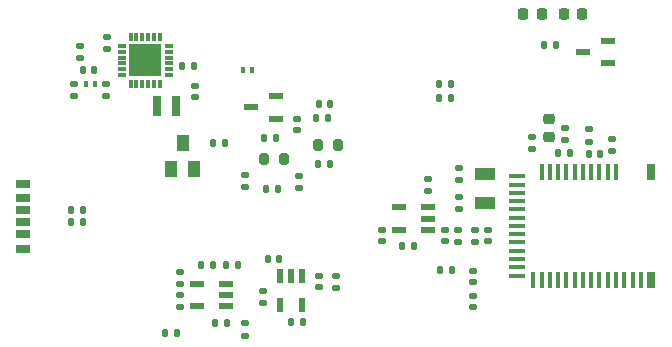
<source format=gtp>
%TF.GenerationSoftware,KiCad,Pcbnew,8.0.2-1*%
%TF.CreationDate,2024-12-04T10:13:35+09:00*%
%TF.ProjectId,gas_nrf52832,6761735f-6e72-4663-9532-3833322e6b69,rev?*%
%TF.SameCoordinates,Original*%
%TF.FileFunction,Paste,Top*%
%TF.FilePolarity,Positive*%
%FSLAX46Y46*%
G04 Gerber Fmt 4.6, Leading zero omitted, Abs format (unit mm)*
G04 Created by KiCad (PCBNEW 8.0.2-1) date 2024-12-04 10:13:35*
%MOMM*%
%LPD*%
G01*
G04 APERTURE LIST*
G04 Aperture macros list*
%AMRoundRect*
0 Rectangle with rounded corners*
0 $1 Rounding radius*
0 $2 $3 $4 $5 $6 $7 $8 $9 X,Y pos of 4 corners*
0 Add a 4 corners polygon primitive as box body*
4,1,4,$2,$3,$4,$5,$6,$7,$8,$9,$2,$3,0*
0 Add four circle primitives for the rounded corners*
1,1,$1+$1,$2,$3*
1,1,$1+$1,$4,$5*
1,1,$1+$1,$6,$7*
1,1,$1+$1,$8,$9*
0 Add four rect primitives between the rounded corners*
20,1,$1+$1,$2,$3,$4,$5,0*
20,1,$1+$1,$4,$5,$6,$7,0*
20,1,$1+$1,$6,$7,$8,$9,0*
20,1,$1+$1,$8,$9,$2,$3,0*%
G04 Aperture macros list end*
%ADD10RoundRect,0.135000X-0.185000X0.135000X-0.185000X-0.135000X0.185000X-0.135000X0.185000X0.135000X0*%
%ADD11RoundRect,0.135000X0.135000X0.185000X-0.135000X0.185000X-0.135000X-0.185000X0.135000X-0.185000X0*%
%ADD12RoundRect,0.135000X-0.135000X-0.185000X0.135000X-0.185000X0.135000X0.185000X-0.135000X0.185000X0*%
%ADD13R,0.800000X1.800000*%
%ADD14RoundRect,0.140000X-0.170000X0.140000X-0.170000X-0.140000X0.170000X-0.140000X0.170000X0.140000X0*%
%ADD15RoundRect,0.218750X-0.218750X-0.256250X0.218750X-0.256250X0.218750X0.256250X-0.218750X0.256250X0*%
%ADD16RoundRect,0.140000X0.140000X0.170000X-0.140000X0.170000X-0.140000X-0.170000X0.140000X-0.170000X0*%
%ADD17R,1.000000X1.400000*%
%ADD18RoundRect,0.200000X0.200000X0.275000X-0.200000X0.275000X-0.200000X-0.275000X0.200000X-0.275000X0*%
%ADD19R,1.800000X1.000000*%
%ADD20RoundRect,0.140000X-0.140000X-0.170000X0.140000X-0.170000X0.140000X0.170000X-0.140000X0.170000X0*%
%ADD21R,0.400000X0.500000*%
%ADD22R,0.800000X0.300000*%
%ADD23R,0.300000X0.800000*%
%ADD24R,2.800000X2.800000*%
%ADD25RoundRect,0.140000X0.170000X-0.140000X0.170000X0.140000X-0.170000X0.140000X-0.170000X-0.140000X0*%
%ADD26RoundRect,0.200000X-0.200000X-0.275000X0.200000X-0.275000X0.200000X0.275000X-0.200000X0.275000X0*%
%ADD27RoundRect,0.218750X0.256250X-0.218750X0.256250X0.218750X-0.256250X0.218750X-0.256250X-0.218750X0*%
%ADD28R,1.200000X0.600000*%
%ADD29RoundRect,0.147500X-0.172500X0.147500X-0.172500X-0.147500X0.172500X-0.147500X0.172500X0.147500X0*%
%ADD30R,0.800000X1.400000*%
%ADD31R,0.400000X1.400000*%
%ADD32R,1.400000X0.400000*%
%ADD33R,1.250000X0.600000*%
%ADD34RoundRect,0.135000X0.185000X-0.135000X0.185000X0.135000X-0.185000X0.135000X-0.185000X-0.135000X0*%
%ADD35RoundRect,0.218750X0.218750X0.256250X-0.218750X0.256250X-0.218750X-0.256250X0.218750X-0.256250X0*%
%ADD36R,1.200000X0.700000*%
%ADD37R,1.200000X0.760000*%
%ADD38R,1.200000X0.800000*%
%ADD39R,0.600000X1.200000*%
G04 APERTURE END LIST*
D10*
X143825000Y-86765000D03*
X143825000Y-87785000D03*
D11*
X121895000Y-89700000D03*
X120875000Y-89700000D03*
D12*
X127985000Y-96660000D03*
X129005000Y-96660000D03*
D13*
X108850000Y-84795000D03*
X107250000Y-84795000D03*
D14*
X109220000Y-100795000D03*
X109220000Y-101755000D03*
D12*
X116290000Y-87500000D03*
X117310000Y-87500000D03*
D15*
X138232500Y-76972500D03*
X139807500Y-76972500D03*
D12*
X113090000Y-98200000D03*
X114110000Y-98200000D03*
D16*
X132100000Y-84100000D03*
X131140000Y-84100000D03*
D17*
X108450000Y-90090000D03*
X110350000Y-90090000D03*
X109400000Y-87890000D03*
D18*
X122525000Y-88100000D03*
X120875000Y-88100000D03*
D19*
X135050000Y-90500000D03*
X135050000Y-93000000D03*
D20*
X143795000Y-88800000D03*
X144755000Y-88800000D03*
D21*
X114510000Y-81710000D03*
X115310000Y-81710000D03*
D16*
X111960000Y-98200000D03*
X111000000Y-98200000D03*
D22*
X108250000Y-82170000D03*
X108250000Y-81670000D03*
X108250000Y-81170000D03*
X108250000Y-80670000D03*
X108250000Y-80170000D03*
X108250000Y-79670000D03*
D23*
X107500000Y-78920000D03*
X107000000Y-78920000D03*
X106500000Y-78920000D03*
X106000000Y-78920000D03*
X105500000Y-78920000D03*
X105000000Y-78920000D03*
D22*
X104250000Y-79670000D03*
X104250000Y-80170000D03*
X104250000Y-80670000D03*
X104250000Y-81170000D03*
X104250000Y-81670000D03*
X104250000Y-82170000D03*
D23*
X105000000Y-82920000D03*
X105500000Y-82920000D03*
X106000000Y-82920000D03*
X106500000Y-82920000D03*
X107000000Y-82920000D03*
X107500000Y-82920000D03*
D24*
X106250000Y-80920000D03*
D16*
X113125000Y-103125000D03*
X112165000Y-103125000D03*
D25*
X102950000Y-83895000D03*
X102950000Y-82935000D03*
D26*
X116300000Y-89300000D03*
X117950000Y-89300000D03*
D25*
X100175000Y-83895000D03*
X100175000Y-82935000D03*
D27*
X140400000Y-87437500D03*
X140400000Y-85862500D03*
D25*
X134000000Y-101800000D03*
X134000000Y-100840000D03*
D10*
X119300000Y-90690000D03*
X119300000Y-91710000D03*
D25*
X119100000Y-86800000D03*
X119100000Y-85840000D03*
D28*
X130220000Y-95260000D03*
X130220000Y-94310000D03*
X130220000Y-93360000D03*
X127720000Y-93360000D03*
X127720000Y-95260000D03*
D10*
X132695000Y-95250000D03*
X132695000Y-96270000D03*
D14*
X110475000Y-83080000D03*
X110475000Y-84040000D03*
X100710000Y-79710000D03*
X100710000Y-80670000D03*
D21*
X101200000Y-82945000D03*
X102000000Y-82945000D03*
D12*
X131190000Y-98700000D03*
X132210000Y-98700000D03*
D29*
X141750000Y-86665000D03*
X141750000Y-87635000D03*
D30*
X149100000Y-90327500D03*
D31*
X146100000Y-90327500D03*
X145400000Y-90327500D03*
X144700000Y-90327500D03*
X144000000Y-90327500D03*
X143300000Y-90327500D03*
X142600000Y-90327500D03*
X141900000Y-90327500D03*
X141200000Y-90327500D03*
X140500000Y-90327500D03*
X139800000Y-90327500D03*
D32*
X137700000Y-90727500D03*
X137700000Y-91427500D03*
X137700000Y-92127500D03*
X137700000Y-92827500D03*
X137700000Y-93527500D03*
X137700000Y-94227500D03*
X137700000Y-94927500D03*
X137700000Y-95627500D03*
X137700000Y-96327500D03*
X137700000Y-97027500D03*
X137700000Y-97727500D03*
X137700000Y-98427500D03*
X137700000Y-99127500D03*
D31*
X139100000Y-99527500D03*
X139800000Y-99527500D03*
X140500000Y-99527500D03*
X141200000Y-99527500D03*
X141900000Y-99527500D03*
X142600000Y-99527500D03*
X143300000Y-99527500D03*
X144000000Y-99527500D03*
X144700000Y-99527500D03*
X145400000Y-99527500D03*
X146100000Y-99527500D03*
X146800000Y-99527500D03*
X147500000Y-99527500D03*
X148200000Y-99527500D03*
D30*
X149100000Y-99527500D03*
D10*
X145800000Y-87590000D03*
X145800000Y-88610000D03*
D25*
X134010000Y-99680000D03*
X134010000Y-98720000D03*
D33*
X117300000Y-85850000D03*
X117300000Y-83950000D03*
X115200000Y-84900000D03*
D20*
X141220000Y-88750000D03*
X142180000Y-88750000D03*
D14*
X120970000Y-99145000D03*
X120970000Y-100105000D03*
D34*
X130220000Y-91990000D03*
X130220000Y-90970000D03*
X116200000Y-101435000D03*
X116200000Y-100415000D03*
D12*
X112000000Y-87900000D03*
X113020000Y-87900000D03*
X120690000Y-85800000D03*
X121710000Y-85800000D03*
D25*
X126320000Y-96215000D03*
X126320000Y-95255000D03*
D34*
X109220000Y-99860000D03*
X109220000Y-98840000D03*
D25*
X132800000Y-91000000D03*
X132800000Y-90040000D03*
D28*
X113120000Y-101750000D03*
X113120000Y-100800000D03*
X113120000Y-99850000D03*
X110620000Y-99850000D03*
X110620000Y-101750000D03*
D11*
X141000000Y-79600000D03*
X139980000Y-79600000D03*
D20*
X118600000Y-103050000D03*
X119560000Y-103050000D03*
D10*
X114700000Y-103190000D03*
X114700000Y-104210000D03*
D33*
X145400000Y-81167500D03*
X145400000Y-79257500D03*
X143300000Y-80212500D03*
D16*
X117580000Y-97700000D03*
X116620000Y-97700000D03*
D12*
X99940000Y-94625000D03*
X100960000Y-94625000D03*
D10*
X122400000Y-99140000D03*
X122400000Y-100160000D03*
D35*
X143257500Y-76972500D03*
X141682500Y-76972500D03*
D16*
X101930000Y-81695000D03*
X100970000Y-81695000D03*
D25*
X139000000Y-88380000D03*
X139000000Y-87420000D03*
D34*
X134200000Y-96265000D03*
X134200000Y-95245000D03*
D10*
X102985000Y-78920000D03*
X102985000Y-79940000D03*
D12*
X99940000Y-93600000D03*
X100960000Y-93600000D03*
D14*
X132800000Y-92520000D03*
X132800000Y-93480000D03*
D36*
X95900000Y-93610000D03*
D37*
X95900000Y-95630000D03*
D38*
X95900000Y-96860000D03*
D36*
X95900000Y-94610000D03*
D37*
X95900000Y-92590000D03*
D38*
X95900000Y-91360000D03*
D16*
X132100000Y-82900000D03*
X131140000Y-82900000D03*
D11*
X117510000Y-91800000D03*
X116490000Y-91800000D03*
D10*
X114700000Y-90590000D03*
X114700000Y-91610000D03*
D20*
X120920000Y-84600000D03*
X121880000Y-84600000D03*
D14*
X131630000Y-95260000D03*
X131630000Y-96220000D03*
D39*
X119550000Y-99150000D03*
X118600000Y-99150000D03*
X117650000Y-99150000D03*
X117650000Y-101650000D03*
X119550000Y-101650000D03*
D25*
X135270000Y-96215000D03*
X135270000Y-95255000D03*
D16*
X110350000Y-81420000D03*
X109390000Y-81420000D03*
D11*
X108910000Y-104000000D03*
X107890000Y-104000000D03*
M02*

</source>
